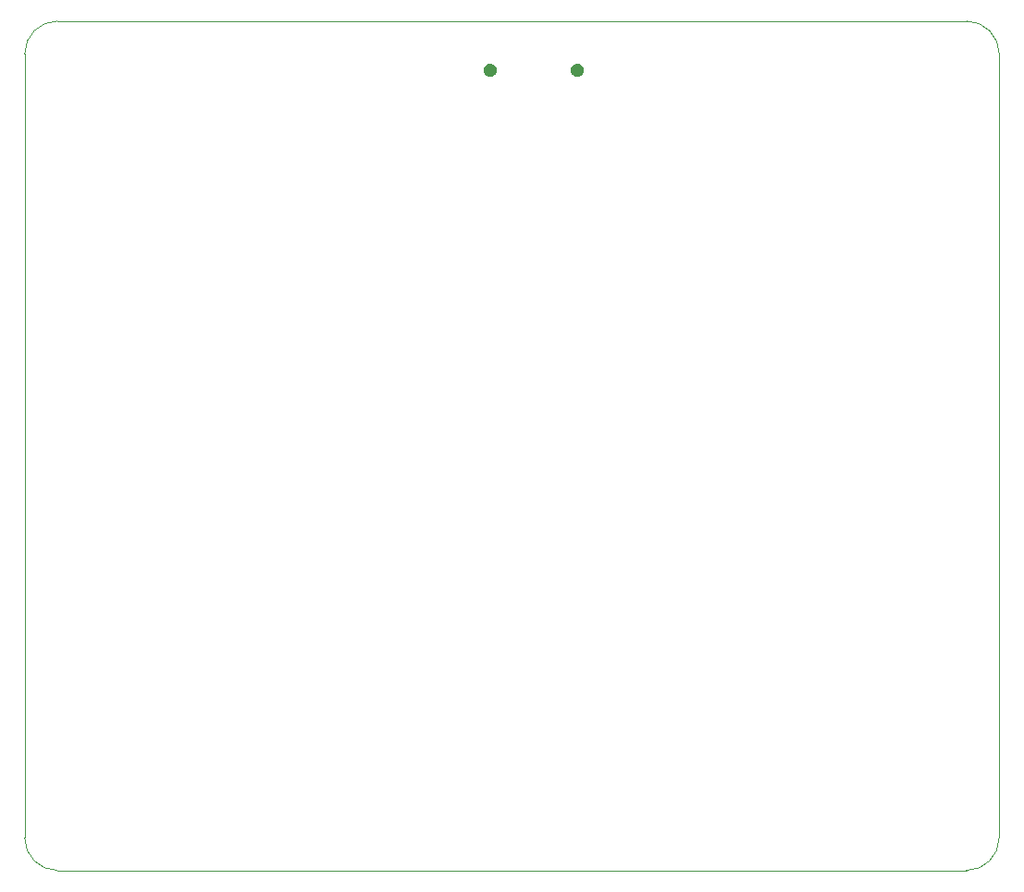
<source format=gm1>
%TF.GenerationSoftware,KiCad,Pcbnew,8.0.8*%
%TF.CreationDate,2025-03-13T11:35:54-04:00*%
%TF.ProjectId,ECE477-SeniorDesign,45434534-3737-42d5-9365-6e696f724465,rev?*%
%TF.SameCoordinates,Original*%
%TF.FileFunction,Profile,NP*%
%FSLAX46Y46*%
G04 Gerber Fmt 4.6, Leading zero omitted, Abs format (unit mm)*
G04 Created by KiCad (PCBNEW 8.0.8) date 2025-03-13 11:35:54*
%MOMM*%
%LPD*%
G01*
G04 APERTURE LIST*
%TA.AperFunction,Profile*%
%ADD10C,0.050000*%
%TD*%
%TA.AperFunction,Profile*%
%ADD11C,0.000000*%
%TD*%
G04 APERTURE END LIST*
D10*
X198220000Y-45000001D02*
G75*
G02*
X201200066Y-48000000I-20000J-2999999D01*
G01*
X198200000Y-122800000D02*
X114999760Y-122800000D01*
X112000000Y-119800000D02*
X112000000Y-48000000D01*
X201200000Y-80250000D02*
X201200000Y-48000000D01*
X201200000Y-80250000D02*
X201200000Y-119800000D01*
X112000000Y-48000000D02*
G75*
G02*
X115000000Y-45000000I3000000J0D01*
G01*
X201200000Y-119800000D02*
G75*
G02*
X198200000Y-122800000I-3000000J0D01*
G01*
X114999760Y-122800000D02*
G75*
G02*
X112000000Y-119800000I240J3000000D01*
G01*
X198220000Y-45000000D02*
X115000000Y-45000000D01*
D11*
%TA.AperFunction,Profile*%
%TO.C,CARD1*%
G36*
X154755291Y-48920445D02*
G01*
X154900000Y-48980385D01*
X155024264Y-49075736D01*
X155119615Y-49200000D01*
X155179555Y-49344709D01*
X155200000Y-49500000D01*
X155179555Y-49655291D01*
X155119615Y-49800000D01*
X155024264Y-49924264D01*
X154900000Y-50019615D01*
X154755291Y-50079555D01*
X154600000Y-50100000D01*
X154444709Y-50079555D01*
X154300000Y-50019615D01*
X154175736Y-49924264D01*
X154080385Y-49800000D01*
X154020445Y-49655291D01*
X154000000Y-49500000D01*
X154020445Y-49344709D01*
X154080385Y-49200000D01*
X154175736Y-49075736D01*
X154300000Y-48980385D01*
X154444709Y-48920445D01*
X154600000Y-48900000D01*
X154755291Y-48920445D01*
G37*
%TD.AperFunction*%
%TA.AperFunction,Profile*%
G36*
X162755291Y-48920445D02*
G01*
X162900000Y-48980385D01*
X163024264Y-49075736D01*
X163119615Y-49200000D01*
X163179555Y-49344709D01*
X163200000Y-49500000D01*
X163179555Y-49655291D01*
X163119615Y-49800000D01*
X163024264Y-49924264D01*
X162900000Y-50019615D01*
X162755291Y-50079555D01*
X162600000Y-50100000D01*
X162444709Y-50079555D01*
X162300000Y-50019615D01*
X162175736Y-49924264D01*
X162080385Y-49800000D01*
X162020445Y-49655291D01*
X162000000Y-49500000D01*
X162020445Y-49344709D01*
X162080385Y-49200000D01*
X162175736Y-49075736D01*
X162300000Y-48980385D01*
X162444709Y-48920445D01*
X162600000Y-48900000D01*
X162755291Y-48920445D01*
G37*
%TD.AperFunction*%
%TD*%
M02*

</source>
